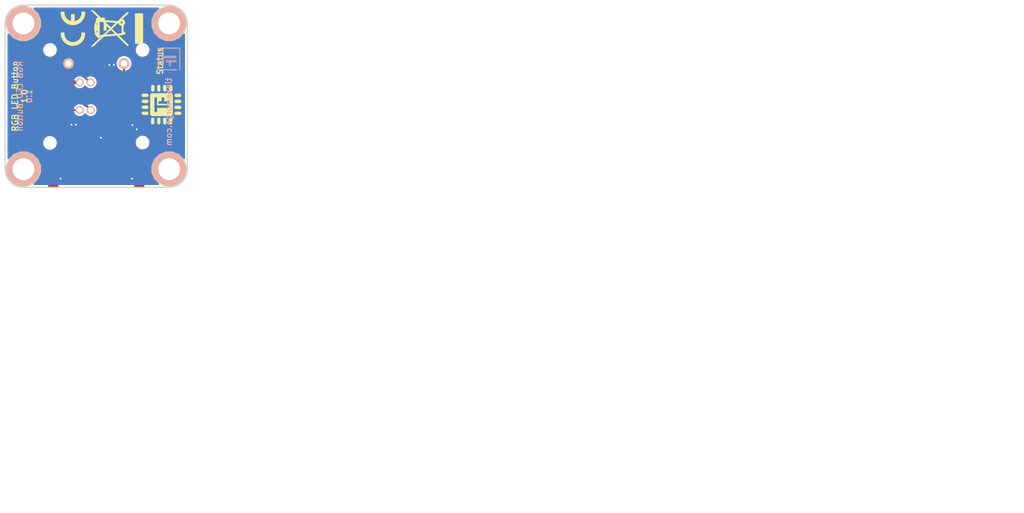
<source format=kicad_pcb>
(kicad_pcb (version 4) (host pcbnew 4.0.2+dfsg1-stable)
  (title_block (title "RGB Button Bricklet") (date 2017-05-08) (rev 1.0) (company "Tinkerforge GmbH") (comment 1 "Licensed under CERN OHL v.1.1") (comment 2 "Copyright (©) 2017, B.Nordmeyer <bastian@tinkerforge.com>"))
  (layers (0 F.Cu signal) (31 B.Cu signal hide) (34 B.Paste user) (35 F.Paste user) (36 B.SilkS user) (37 F.SilkS user) (38 B.Mask user) (39 F.Mask user) (44 Edge.Cuts user))
  (net 0 "")
  (net 1 GND)
  (net 2 VCC)
  (net 3 S-MISO)
  (net 4 S-MOSI)
  (net 5 S-CLK)
  (net 6 S-CS)
  (net 7 P1.2_HO)
  (net 8 P1.1_HO)
  (net 9 P1.0_HO)
  (net 10 PinSwitch)
  (net 11 "Net-(R2-Pad2)")
  (net 12 "Net-(R3-Pad2)")
  (net 13 "Net-(P2-Pad2)")
  (net 14 "Net-(P1-Pad4)")
  (net 15 "Net-(P1-Pad5)")
  (net 16 "Net-(P1-Pad6)")
  (net 17 "Net-(C1-Pad1)")
  (net 18 "Net-(D1-Pad2)")
  (net 19 "Net-(R1-Pad1)")
  (net 20 "Net-(R4-Pad2)")
  (net 21 "Net-(P1-Pad1)")
  (net 22 "Net-(U1-Pad2)")
  (net 23 "Net-(U1-Pad3)")
  (net 24 "Net-(U1-Pad4)")
  (net 25 "Net-(U1-Pad5)")
  (net 26 "Net-(U1-Pad6)")
  (net 27 "Net-(U1-Pad11)")
  (net 28 "Net-(U1-Pad15)")
  (net 29 "Net-(U1-Pad16)")
  (net 30 "Net-(U1-Pad17)")
  (net 31 "Net-(U1-Pad18)")
  (net 32 "Net-(U1-Pad19)")
  (net 33 "Net-(U1-Pad20)")
  (module kicad-libraries:Logo_CoMCU (layer F.Cu) (at 160.65 103.55 90)
    (fp_text reference G*** hide)
    (fp_text value LOGO hide)
  )
  (module kicad-libraries:R0603F (layer F.Cu) (at 157.7 99.2 270)
    (fp_text reference R1)
    (fp_text value 1k)
    (pad 1 smd rect (at -0.75 0 270) (size 0.9 0.9) (layers F.Cu F.Paste F.Mask) (net 19 "Net-(R1-Pad1)"))
    (pad 2 smd rect (at 0.75 0 270) (size 0.9 0.9) (layers F.Cu F.Paste F.Mask) (net 18 "Net-(D1-Pad2)"))
  )
  (module kicad-libraries:CON-SENSOR2 (layer F.Cu) (at 151.7 114.9)
    (fp_text reference P1)
    (fp_text value CON-SENSOR)
    (pad 1 smd rect (at -3.75 -4.6) (size 0.6 1.8) (layers F.Cu F.Paste F.Mask) (net 21 "Net-(P1-Pad1)"))
    (pad 2 smd rect (at -2.5 -4.6) (size 0.6 1.8) (layers F.Cu F.Paste F.Mask) (net 1 GND))
    (pad EP smd rect (at -5.9 -1.2) (size 1.4 2.4) (layers F.Cu F.Paste F.Mask) (net 1 GND))
    (pad EP smd rect (at 5.9 -1.2) (size 1.4 2.4) (layers F.Cu F.Paste F.Mask) (net 1 GND))
    (pad 3 smd rect (at -1.25 -4.6) (size 0.6 1.8) (layers F.Cu F.Paste F.Mask) (net 2 VCC))
    (pad 4 smd rect (at 0 -4.6) (size 0.6 1.8) (layers F.Cu F.Paste F.Mask) (net 14 "Net-(P1-Pad4)"))
    (pad 5 smd rect (at 1.25 -4.6) (size 0.6 1.8) (layers F.Cu F.Paste F.Mask) (net 15 "Net-(P1-Pad5)"))
    (pad 6 smd rect (at 2.5 -4.6) (size 0.6 1.8) (layers F.Cu F.Paste F.Mask) (net 16 "Net-(P1-Pad6)"))
    (pad 7 smd rect (at 3.75 -4.6) (size 0.6 1.8) (layers F.Cu F.Paste F.Mask) (net 17 "Net-(C1-Pad1)"))
  )
  (module kicad-libraries:SolderJumper (layer F.Cu) (at 152.35 107.1 90)
    (fp_text reference P2)
    (fp_text value Boot)
    (pad 2 smd rect (at 0.55 0 90) (size 0.3 1.4) (layers F.Cu F.Mask) (net 13 "Net-(P2-Pad2)"))
    (pad 2 smd rect (at 0.15 0 90) (size 0.6 0.5) (layers F.Cu F.Mask) (net 13 "Net-(P2-Pad2)"))
    (pad 1 smd rect (at -0.5 0 90) (size 0.4 1.4) (layers F.Cu F.Mask) (net 1 GND))
    (pad 1 smd rect (at -0.225 0.55 90) (size 0.95 0.3) (layers F.Cu F.Mask) (net 1 GND))
    (pad 1 smd rect (at -0.225 -0.55 90) (size 0.95 0.3) (layers F.Cu F.Mask) (net 1 GND))
  )
  (module kicad-libraries:QFN24-4x4mm-0.5mm (layer F.Cu) (at 154.4 102.6 180)
    (fp_text reference U1)
    (fp_text value XMC1100-16)
    (pad 1 smd oval (at -2.025 -1.25 180) (size 1 0.3) (layers F.Cu F.Paste F.Mask) (net 3 S-MISO))
    (pad 2 smd oval (at -2.025 -0.75 180) (size 1 0.3) (layers F.Cu F.Paste F.Mask) (net 22 "Net-(U1-Pad2)"))
    (pad 3 smd oval (at -2.025 -0.25 180) (size 1 0.3) (layers F.Cu F.Paste F.Mask) (net 23 "Net-(U1-Pad3)"))
    (pad 4 smd oval (at -2.025 0.25 180) (size 1 0.3) (layers F.Cu F.Paste F.Mask) (net 24 "Net-(U1-Pad4)"))
    (pad 5 smd oval (at -2.025 0.75 180) (size 1 0.3) (layers F.Cu F.Paste F.Mask) (net 25 "Net-(U1-Pad5)"))
    (pad 6 smd oval (at -2.025 1.25 180) (size 1 0.3) (layers F.Cu F.Paste F.Mask) (net 26 "Net-(U1-Pad6)"))
    (pad 7 smd oval (at -1.25 2.025 270) (size 1 0.3) (layers F.Cu F.Paste F.Mask) (net 19 "Net-(R1-Pad1)"))
    (pad 8 smd oval (at -0.75 2.025 270) (size 1 0.3) (layers F.Cu F.Paste F.Mask) (net 10 PinSwitch))
    (pad 9 smd oval (at -0.25 2.025 270) (size 1 0.3) (layers F.Cu F.Paste F.Mask) (net 1 GND))
    (pad 10 smd oval (at 0.25 2.025 270) (size 1 0.3) (layers F.Cu F.Paste F.Mask) (net 2 VCC))
    (pad 11 smd oval (at 0.75 2.025 270) (size 1 0.3) (layers F.Cu F.Paste F.Mask) (net 27 "Net-(U1-Pad11)"))
    (pad 12 smd oval (at 1.25 2.025 270) (size 1 0.3) (layers F.Cu F.Paste F.Mask) (net 7 P1.2_HO))
    (pad 13 smd oval (at 2.025 1.25 180) (size 1 0.3) (layers F.Cu F.Paste F.Mask) (net 8 P1.1_HO))
    (pad 14 smd oval (at 2.025 0.75 180) (size 1 0.3) (layers F.Cu F.Paste F.Mask) (net 9 P1.0_HO))
    (pad 15 smd oval (at 2.025 0.25 180) (size 1 0.3) (layers F.Cu F.Paste F.Mask) (net 28 "Net-(U1-Pad15)"))
    (pad 16 smd oval (at 2.025 -0.25 180) (size 1 0.3) (layers F.Cu F.Paste F.Mask) (net 29 "Net-(U1-Pad16)"))
    (pad 17 smd oval (at 2.025 -0.75 180) (size 1 0.3) (layers F.Cu F.Paste F.Mask) (net 30 "Net-(U1-Pad17)"))
    (pad 18 smd oval (at 2.025 -1.25 180) (size 1 0.3) (layers F.Cu F.Paste F.Mask) (net 31 "Net-(U1-Pad18)"))
    (pad 19 smd oval (at 1.25 -2.025 270) (size 1 0.3) (layers F.Cu F.Paste F.Mask) (net 32 "Net-(U1-Pad19)"))
    (pad 20 smd oval (at 0.75 -2.025 270) (size 1 0.3) (layers F.Cu F.Paste F.Mask) (net 33 "Net-(U1-Pad20)"))
    (pad 21 smd oval (at 0.25 -2.025 270) (size 1 0.3) (layers F.Cu F.Paste F.Mask) (net 13 "Net-(P2-Pad2)"))
    (pad 22 smd oval (at -0.25 -2.025 270) (size 1 0.3) (layers F.Cu F.Paste F.Mask) (net 6 S-CS))
    (pad 23 smd oval (at -0.75 -2.025 270) (size 1 0.3) (layers F.Cu F.Paste F.Mask) (net 5 S-CLK))
    (pad 24 smd oval (at -1.25 -2.025 270) (size 1 0.3) (layers F.Cu F.Paste F.Mask) (net 4 S-MOSI))
    (pad EXP smd rect (at 0.65 0.65 180) (size 1.3 1.3) (layers F.Cu F.Paste F.Mask) (net 1 GND))
    (pad EXP smd rect (at 0.65 -0.65 180) (size 1.3 1.3) (layers F.Cu F.Paste F.Mask) (net 1 GND))
    (pad EXP smd rect (at -0.65 0.65 180) (size 1.3 1.3) (layers F.Cu F.Paste F.Mask) (net 1 GND))
    (pad EXP smd rect (at -0.65 -0.65 180) (size 1.3 1.3) (layers F.Cu F.Paste F.Mask) (net 1 GND))
  )
  (module kicad-libraries:DRILL_NP (layer F.Cu) (at 141.7 92.4)
    (fp_text reference U2 hide)
    (fp_text value DRILL hide)
    (pad "" np_thru_hole circle (at 0 0) (size 2.99974 2.99974) (drill 2.99974) (layers *.Cu *.Mask F.SilkS) (clearance 0.89916))
  )
  (module kicad-libraries:DRILL_NP (layer F.Cu) (at 161.7 92.4)
    (fp_text reference U3 hide)
    (fp_text value DRILL hide)
    (pad "" np_thru_hole circle (at 0 0) (size 2.99974 2.99974) (drill 2.99974) (layers *.Cu *.Mask F.SilkS) (clearance 0.89916))
  )
  (module kicad-libraries:DRILL_NP (layer F.Cu) (at 141.7 112.4)
    (fp_text reference U4 hide)
    (fp_text value DRILL hide)
    (pad "" np_thru_hole circle (at 0 0) (size 2.99974 2.99974) (drill 2.99974) (layers *.Cu *.Mask F.SilkS) (clearance 0.89916))
  )
  (module kicad-libraries:DRILL_NP (layer F.Cu) (at 161.7 112.4)
    (fp_text reference U5 hide)
    (fp_text value DRILL hide)
    (pad "" np_thru_hole circle (at 0 0) (size 2.99974 2.99974) (drill 2.99974) (layers *.Cu *.Mask F.SilkS) (clearance 0.89916))
  )
  (module kicad-libraries:Fiducial_Mark (layer F.Cu) (at 145.7 91.9)
    (fp_text reference Fiducial_Mark hide)
    (fp_text value VAL** hide)
    (pad 1 smd circle (at 0 0) (size 1.00076 1.00076) (layers F.Cu F.Paste F.Mask) (clearance 0.65024))
  )
  (module kicad-libraries:Fiducial_Mark (layer F.Cu) (at 142.7 107.9)
    (fp_text reference Fiducial_Mark hide)
    (fp_text value VAL** hide)
    (pad 1 smd circle (at 0 0) (size 1.00076 1.00076) (layers F.Cu F.Paste F.Mask) (clearance 0.65024))
  )
  (module kicad-libraries:Fiducial_Mark (layer F.Cu) (at 160.7 107.9)
    (fp_text reference Fiducial_Mark hide)
    (fp_text value VAL** hide)
    (pad 1 smd circle (at 0 0) (size 1.00076 1.00076) (layers F.Cu F.Paste F.Mask) (clearance 0.65024))
  )
  (module kicad-libraries:Logo_31x31 (layer B.Cu) (at 160.1 95.7 270)
    (fp_text reference G*** hide)
    (fp_text value Logo_31x31 hide)
  )
  (module kicad-libraries:WEEE_7mm (layer F.Cu) (at 154.55 93.1 90)
    (fp_text reference G*** hide)
    (fp_text value LOGO hide)
  )
  (module kicad-libraries:CE_5mm (layer F.Cu) (at 148.5 93.1 90)
    (fp_text reference VAL hide)
    (fp_text value CE_5mm hide)
  )
  (module kicad-libraries:D0603F (layer F.Cu) (at 159.1 99.2 270)
    (fp_text reference D1)
    (fp_text value blue)
    (pad 1 smd rect (at -0.75 0 270) (size 0.9 0.9) (layers F.Cu F.Paste F.Mask) (net 2 VCC))
    (pad 2 smd rect (at 0.75 0 270) (size 0.9 0.9) (layers F.Cu F.Paste F.Mask) (net 18 "Net-(D1-Pad2)"))
  )
  (module kicad-libraries:C0603F (layer F.Cu) (at 149.4 107)
    (fp_text reference C2)
    (fp_text value 1uF)
    (pad 1 smd rect (at -0.75 0) (size 0.9 0.9) (layers F.Cu F.Paste F.Mask) (net 1 GND))
    (pad 2 smd rect (at 0.75 0) (size 0.9 0.9) (layers F.Cu F.Paste F.Mask) (net 2 VCC))
  )
  (module kicad-libraries:C0603F (layer F.Cu) (at 153.2 98.9 180)
    (fp_text reference C3)
    (fp_text value 10uF)
    (pad 1 smd rect (at -0.75 0 180) (size 0.9 0.9) (layers F.Cu F.Paste F.Mask) (net 1 GND))
    (pad 2 smd rect (at 0.75 0 180) (size 0.9 0.9) (layers F.Cu F.Paste F.Mask) (net 2 VCC))
  )
  (module kicad-libraries:C0603F (layer F.Cu) (at 149.4 108.4)
    (fp_text reference C4)
    (fp_text value 100nF)
    (pad 1 smd rect (at -0.75 0) (size 0.9 0.9) (layers F.Cu F.Paste F.Mask) (net 1 GND))
    (pad 2 smd rect (at 0.75 0) (size 0.9 0.9) (layers F.Cu F.Paste F.Mask) (net 2 VCC))
  )
  (module kicad-libraries:RGB_SWITCH_AD (layer B.Cu) (at 151.7 102.4)
    (fp_text reference SW1)
    (fp_text value RGB_SWITCH_AD)
    (pad "" np_thru_hole circle (at -6.35 6.4) (size 1.35 1.35) (drill 1.35) (layers *.Cu *.Mask B.SilkS))
    (pad "" np_thru_hole circle (at 6.35 6.35) (size 1.35 1.35) (drill 1.35) (layers *.Cu *.Mask B.SilkS))
    (pad "" np_thru_hole circle (at 6.35 -6.35) (size 1.35 1.35) (drill 1.35) (layers *.Cu *.Mask B.SilkS))
    (pad "" np_thru_hole circle (at -6.35 -6.35) (size 1.35 1.35) (drill 1.35) (layers *.Cu *.Mask B.SilkS))
    (pad 1 thru_hole circle (at 3.81 -4.5) (size 1.5 1.5) (drill 0.9) (layers *.Cu *.Mask B.SilkS) (net 10 PinSwitch))
    (pad 2 thru_hole circle (at -3.81 -4.5) (size 1.5 1.5) (drill 0.9) (layers *.Cu *.Mask B.SilkS) (net 1 GND))
    (pad G2 thru_hole circle (at -2.28 1.9) (size 1.1 1.1) (drill 0.7) (layers *.Cu *.Mask B.SilkS) (net 20 "Net-(R4-Pad2)"))
    (pad R2 thru_hole circle (at -0.76 1.9) (size 1.1 1.1) (drill 0.7) (layers *.Cu *.Mask B.SilkS) (net 12 "Net-(R3-Pad2)"))
    (pad C2 thru_hole circle (at -2.28 -1.91) (size 1.1 1.1) (drill 0.7) (layers *.Cu *.Mask B.SilkS) (net 2 VCC))
    (pad B2 thru_hole circle (at -0.76 -1.91) (size 1.1 1.1) (drill 0.7) (layers *.Cu *.Mask B.SilkS) (net 11 "Net-(R2-Pad2)"))
  )
  (module kicad-libraries:C0402F (layer F.Cu) (at 156.55 107.6 90)
    (fp_text reference C1)
    (fp_text value 220pF)
    (pad 2 smd rect (at 0.5 0 90) (size 0.6 0.7) (layers F.Cu F.Paste F.Mask) (net 1 GND))
    (pad 1 smd rect (at -0.5 0 90) (size 0.6 0.7) (layers F.Cu F.Paste F.Mask) (net 17 "Net-(C1-Pad1)"))
  )
  (module kicad-libraries:R0603F (layer F.Cu) (at 150.2 98.9 180)
    (fp_text reference R2)
    (fp_text value 15)
    (pad 1 smd rect (at -0.75 0 180) (size 0.9 0.9) (layers F.Cu F.Paste F.Mask) (net 7 P1.2_HO))
    (pad 2 smd rect (at 0.75 0 180) (size 0.9 0.9) (layers F.Cu F.Paste F.Mask) (net 11 "Net-(R2-Pad2)"))
  )
  (module kicad-libraries:R0603F (layer F.Cu) (at 147.9 102.6 270)
    (fp_text reference R3)
    (fp_text value 68)
    (pad 1 smd rect (at -0.75 0 270) (size 0.9 0.9) (layers F.Cu F.Paste F.Mask) (net 8 P1.1_HO))
    (pad 2 smd rect (at 0.75 0 270) (size 0.9 0.9) (layers F.Cu F.Paste F.Mask) (net 12 "Net-(R3-Pad2)"))
  )
  (module kicad-libraries:R0603F (layer F.Cu) (at 146.5 102.6 270)
    (fp_text reference R4)
    (fp_text value 15)
    (pad 1 smd rect (at -0.75 0 270) (size 0.9 0.9) (layers F.Cu F.Paste F.Mask) (net 9 P1.0_HO))
    (pad 2 smd rect (at 0.75 0 270) (size 0.9 0.9) (layers F.Cu F.Paste F.Mask) (net 20 "Net-(R4-Pad2)"))
  )
  (module kicad-libraries:4X0402 (layer F.Cu) (at 154.75 107.6)
    (fp_text reference RP1)
    (fp_text value 82)
    (pad 1 smd rect (at -0.7493 0.575 180) (size 0.29972 0.65) (layers F.Cu F.Paste F.Mask) (net 14 "Net-(P1-Pad4)"))
    (pad 2 smd rect (at -0.24892 0.575 180) (size 0.29972 0.65) (layers F.Cu F.Paste F.Mask) (net 15 "Net-(P1-Pad5)"))
    (pad 3 smd rect (at 0.24892 0.575 180) (size 0.29972 0.65) (layers F.Cu F.Paste F.Mask) (net 16 "Net-(P1-Pad6)"))
    (pad 4 smd rect (at 0.7493 0.575 180) (size 0.29972 0.65) (layers F.Cu F.Paste F.Mask) (net 17 "Net-(C1-Pad1)"))
    (pad 5 smd rect (at 0.7493 -0.575) (size 0.29972 0.65) (layers F.Cu F.Paste F.Mask) (net 3 S-MISO))
    (pad 6 smd rect (at 0.24892 -0.575) (size 0.29972 0.65) (layers F.Cu F.Paste F.Mask) (net 4 S-MOSI))
    (pad 7 smd rect (at -0.24892 -0.575) (size 0.29972 0.65) (layers F.Cu F.Paste F.Mask) (net 5 S-CLK))
    (pad 8 smd rect (at -0.7493 -0.575) (size 0.29972 0.65) (layers F.Cu F.Paste F.Mask) (net 6 S-CS))
  )
  (gr_text Status (at 160.45 97.55 90) (layer F.SilkS) (effects (font (size 0.8 0.8))))
  (gr_text "RGB LED Button\n1.0" (at 141.85 102.4 90) (layer B.SilkS) (effects (font (size 0.8 0.8)) (justify mirror)))
  (gr_line (start 139.2 112.4) (end 139.2 92.4) (angle 90) (layer Edge.Cuts) (width 0.15))
  (gr_line (start 164.2 92.4) (end 164.2 112.4) (angle 90) (layer Edge.Cuts) (width 0.15))
  (gr_text "RGB LED Button\n1.0" (at 141.2 102.4 90) (layer F.SilkS) (effects (font (size 0.8 0.8))))
  (gr_text tinkerforge.com (at 161.65 104.55 90) (layer B.SilkS) (effects (font (size 0.8 0.8)) (justify mirror)))
  (gr_line (start 141.7 114.9) (end 161.7 114.9) (angle 90) (layer Edge.Cuts) (width 0.15))
  (gr_line (start 161.7 89.9) (end 141.7 89.9) (angle 90) (layer Edge.Cuts) (width 0.15))
  (gr_arc (start 141.7 92.4) (end 139.2 92.4) (angle 90) (layer Edge.Cuts) (width 0.15))
  (gr_arc (start 161.7 92.4) (end 161.7 89.9) (angle 90) (layer Edge.Cuts) (width 0.15))
  (gr_arc (start 161.7 112.4) (end 164.2 112.4) (angle 90) (layer Edge.Cuts) (width 0.15))
  (gr_arc (start 141.7 112.4) (end 141.7 114.9) (angle 90) (layer Edge.Cuts) (width 0.15))
  (segment (start 157.6 113.7) (end 156.6 113.7) (width 0.5) (layer F.Cu) (net 1))
  (via (at 156.6 113.7) (size 0.55) (drill 0.25) (layers F.Cu B.Cu) (net 1))
  (segment (start 145.8 113.7) (end 146.8 113.7) (width 0.5) (layer F.Cu) (net 1))
  (via (at 146.8 113.7) (size 0.55) (drill 0.25) (layers F.Cu B.Cu) (net 1))
  (segment (start 156.55 106.95) (end 157.25 106.95) (width 0.5) (layer F.Cu) (net 1))
  (via (at 157.25 106.95) (size 0.55) (drill 0.25) (layers F.Cu B.Cu) (net 1))
  (segment (start 156.55 106.95) (end 156.55 106.45) (width 0.5) (layer F.Cu) (net 1))
  (via (at 156.65 106.35) (size 0.55) (drill 0.25) (layers F.Cu B.Cu) (net 1))
  (segment (start 156.55 106.45) (end 156.65 106.35) (width 0.5) (layer F.Cu) (net 1))
  (segment (start 151.8 107.325) (end 151.8 107.6) (width 0.3) (layer F.Cu) (net 1))
  (segment (start 151.8 107.6) (end 152.35 107.6) (width 0.3) (layer F.Cu) (net 1))
  (segment (start 152.9 107.325) (end 152.9 107.6) (width 0.3) (layer F.Cu) (net 1))
  (segment (start 152.9 107.6) (end 152.35 107.6) (width 0.3) (layer F.Cu) (net 1))
  (segment (start 152.35 107.6) (end 152.35 108.1) (width 0.3) (layer F.Cu) (net 1))
  (via (at 152.35 108.1) (size 0.55) (drill 0.25) (layers F.Cu B.Cu) (net 1))
  (segment (start 153.5 98.1) (end 154.1 98.1) (width 0.5) (layer F.Cu) (net 1))
  (segment (start 153.95 98.25) (end 154.1 98.1) (width 0.5) (layer F.Cu) (net 1))
  (via (at 154.1 98.1) (size 0.55) (drill 0.25) (layers F.Cu B.Cu) (net 1))
  (segment (start 153.95 98.9) (end 153.95 98.25) (width 0.5) (layer F.Cu) (net 1))
  (segment (start 153.6 98.1) (end 153.5 98.1) (width 0.4) (layer F.Cu) (net 1))
  (via (at 153.5 98.1) (size 0.55) (drill 0.25) (layers F.Cu B.Cu) (net 1))
  (segment (start 153.6 98.1) (end 153.95 98.45) (width 0.5) (layer F.Cu) (net 1))
  (segment (start 148.65 107) (end 148.65 106.65) (width 0.5) (layer F.Cu) (net 1))
  (segment (start 148.65 106.65) (end 148.3 106.3) (width 0.5) (layer F.Cu) (net 1))
  (via (at 148.3 106.3) (size 0.55) (drill 0.25) (layers F.Cu B.Cu) (net 1))
  (segment (start 148.65 107) (end 148.65 106.55) (width 0.5) (layer F.Cu) (net 1))
  (segment (start 148.65 106.55) (end 148.9 106.3) (width 0.5) (layer F.Cu) (net 1))
  (via (at 148.9 106.3) (size 0.55) (drill 0.25) (layers F.Cu B.Cu) (net 1))
  (segment (start 148.65 108.4) (end 148.65 107) (width 0.5) (layer F.Cu) (net 1))
  (segment (start 149.2 110.3) (end 149.2 109.5) (width 0.5) (layer F.Cu) (net 1))
  (segment (start 149.2 109.5) (end 148.65 108.95) (width 0.5) (layer F.Cu) (net 1))
  (segment (start 148.65 108.95) (end 148.65 108.4) (width 0.5) (layer F.Cu) (net 1))
  (segment (start 153.75 101.95) (end 153.75 103.25) (width 0.25) (layer F.Cu) (net 1))
  (segment (start 155.05 101.95) (end 153.75 101.95) (width 0.25) (layer F.Cu) (net 1))
  (segment (start 155.05 103.25) (end 155.05 101.95) (width 0.25) (layer F.Cu) (net 1))
  (segment (start 154.65 100.575) (end 154.65 101.55) (width 0.25) (layer F.Cu) (net 1))
  (segment (start 154.65 101.55) (end 155.05 101.95) (width 0.25) (layer F.Cu) (net 1))
  (segment (start 154.65 100.575) (end 154.65 99.95) (width 0.25) (layer F.Cu) (net 1))
  (segment (start 154.65 99.95) (end 153.95 99.25) (width 0.25) (layer F.Cu) (net 1))
  (segment (start 149.42 100.49) (end 146.34 100.49) (width 0.5) (layer F.Cu) (net 2))
  (segment (start 146.35 100.5) (end 145.2 99.35) (width 0.5) (layer F.Cu) (net 2))
  (segment (start 146.34 100.49) (end 146.35 100.5) (width 0.5) (layer F.Cu) (net 2))
  (segment (start 152.5 97.9) (end 152.5 98.85) (width 0.5) (layer F.Cu) (net 2))
  (segment (start 152.5 98.85) (end 152.45 98.9) (width 0.5) (layer F.Cu) (net 2))
  (segment (start 150.15 107) (end 150.15 106.35) (width 0.5) (layer F.Cu) (net 2))
  (segment (start 152.5 97.9) (end 152.45 97.9) (width 0.5) (layer F.Cu) (net 2))
  (segment (start 151.1 96.5) (end 152.5 97.9) (width 0.5) (layer F.Cu) (net 2))
  (segment (start 147 96.5) (end 151.1 96.5) (width 0.5) (layer F.Cu) (net 2))
  (segment (start 145.2 98.3) (end 147 96.5) (width 0.5) (layer F.Cu) (net 2))
  (segment (start 150.15 106.35) (end 149.3 105.5) (width 0.5) (layer F.Cu) (net 2))
  (segment (start 159.1 98.45) (end 159.1 97.8) (width 0.25) (layer F.Cu) (net 2))
  (segment (start 159.1 97.8) (end 158.7 97.4) (width 0.25) (layer F.Cu) (net 2))
  (segment (start 158.7 97.4) (end 157.2 97.4) (width 0.25) (layer F.Cu) (net 2))
  (segment (start 157.2 97.4) (end 156.5 96.7) (width 0.25) (layer F.Cu) (net 2))
  (segment (start 156.5 96.7) (end 153.7 96.7) (width 0.25) (layer F.Cu) (net 2))
  (segment (start 153.7 96.7) (end 152.45 97.95) (width 0.25) (layer F.Cu) (net 2))
  (segment (start 152.45 97.95) (end 152.45 97.9) (width 0.25) (layer F.Cu) (net 2))
  (segment (start 152.45 97.9) (end 152.45 98.9) (width 0.25) (layer F.Cu) (net 2))
  (segment (start 150.15 108.4) (end 150.15 107) (width 0.5) (layer F.Cu) (net 2))
  (segment (start 150.45 110.3) (end 150.45 109.35) (width 0.5) (layer F.Cu) (net 2))
  (segment (start 150.15 109.05) (end 150.15 108.4) (width 0.5) (layer F.Cu) (net 2))
  (segment (start 150.45 109.35) (end 150.15 109.05) (width 0.5) (layer F.Cu) (net 2))
  (segment (start 154.15 100.575) (end 154.15 100.05) (width 0.25) (layer F.Cu) (net 2))
  (segment (start 152.9 99.7) (end 152.45 99.25) (width 0.25) (layer F.Cu) (net 2))
  (segment (start 153.8 99.7) (end 152.9 99.7) (width 0.25) (layer F.Cu) (net 2))
  (segment (start 154.15 100.05) (end 153.8 99.7) (width 0.25) (layer F.Cu) (net 2))
  (segment (start 152.45 99.25) (end 152.45 98.9) (width 0.25) (layer F.Cu) (net 2))
  (segment (start 145.2 99.35) (end 145.2 98.3) (width 0.5) (layer F.Cu) (net 2))
  (segment (start 149.3 105.5) (end 146.3 105.5) (width 0.5) (layer F.Cu) (net 2))
  (segment (start 145.2 104.4) (end 145.2 99.35) (width 0.5) (layer F.Cu) (net 2))
  (segment (start 146.3 105.5) (end 145.2 104.4) (width 0.5) (layer F.Cu) (net 2))
  (segment (start 155.4993 107.025) (end 155.4993 106.7007) (width 0.25) (layer F.Cu) (net 3))
  (segment (start 155.4993 106.7007) (end 156.3 105.9) (width 0.25) (layer F.Cu) (net 3))
  (segment (start 156.3 105.9) (end 156.3 103.975) (width 0.25) (layer F.Cu) (net 3))
  (segment (start 156.3 103.975) (end 156.425 103.85) (width 0.25) (layer F.Cu) (net 3))
  (segment (start 155.65 104.625) (end 155.65 105.85) (width 0.25) (layer F.Cu) (net 4))
  (segment (start 154.99892 106.50108) (end 154.99892 107.025) (width 0.25) (layer F.Cu) (net 4))
  (segment (start 155.65 105.85) (end 154.99892 106.50108) (width 0.25) (layer F.Cu) (net 4))
  (segment (start 154.50108 107.025) (end 154.50108 106.39892) (width 0.25) (layer F.Cu) (net 5))
  (segment (start 155.15 105.75) (end 155.15 104.625) (width 0.25) (layer F.Cu) (net 5))
  (segment (start 154.50108 106.39892) (end 155.15 105.75) (width 0.25) (layer F.Cu) (net 5))
  (segment (start 154.65 104.625) (end 154.65 105.55) (width 0.25) (layer F.Cu) (net 6))
  (segment (start 154.0007 106.1993) (end 154.0007 107.025) (width 0.25) (layer F.Cu) (net 6))
  (segment (start 154.65 105.55) (end 154.0007 106.1993) (width 0.25) (layer F.Cu) (net 6))
  (segment (start 153.15 100.575) (end 152.375 100.575) (width 0.25) (layer F.Cu) (net 7))
  (segment (start 152.375 100.575) (end 150.95 99.15) (width 0.25) (layer F.Cu) (net 7))
  (segment (start 150.95 99.15) (end 150.95 98.9) (width 0.25) (layer F.Cu) (net 7))
  (segment (start 152.375 101.35) (end 151.45 101.35) (width 0.25) (layer F.Cu) (net 8))
  (segment (start 150.7 102.1) (end 148.15 102.1) (width 0.25) (layer F.Cu) (net 8))
  (segment (start 151.45 101.35) (end 150.7 102.1) (width 0.25) (layer F.Cu) (net 8))
  (segment (start 148.15 102.1) (end 147.9 101.85) (width 0.25) (layer F.Cu) (net 8))
  (segment (start 152.375 101.85) (end 151.85 101.85) (width 0.25) (layer F.Cu) (net 9))
  (segment (start 146.9 102.6) (end 146.5 102.2) (width 0.25) (layer F.Cu) (net 9))
  (segment (start 151.1 102.6) (end 146.9 102.6) (width 0.25) (layer F.Cu) (net 9))
  (segment (start 151.85 101.85) (end 151.1 102.6) (width 0.25) (layer F.Cu) (net 9))
  (segment (start 146.5 102.2) (end 146.5 101.85) (width 0.25) (layer F.Cu) (net 9))
  (segment (start 146.5 101.85) (end 146.5 102.1) (width 0.25) (layer F.Cu) (net 9))
  (segment (start 155.15 100.575) (end 155.15 99.65) (width 0.25) (layer F.Cu) (net 10))
  (segment (start 155.51 99.29) (end 155.51 97.9) (width 0.25) (layer F.Cu) (net 10))
  (segment (start 155.15 99.65) (end 155.51 99.29) (width 0.25) (layer F.Cu) (net 10))
  (segment (start 150.94 100.49) (end 150.79 100.49) (width 0.25) (layer F.Cu) (net 11))
  (segment (start 150.79 100.49) (end 149.45 99.15) (width 0.25) (layer F.Cu) (net 11))
  (segment (start 149.45 99.15) (end 149.45 98.9) (width 0.25) (layer F.Cu) (net 11))
  (segment (start 149.42 98.93) (end 149.45 98.9) (width 0.25) (layer F.Cu) (net 11))
  (segment (start 150.94 100.49) (end 150.94 100.56) (width 0.5) (layer F.Cu) (net 11))
  (segment (start 149.99 103.35) (end 150.94 104.3) (width 0.25) (layer F.Cu) (net 12))
  (segment (start 147.9 103.35) (end 149.99 103.35) (width 0.25) (layer F.Cu) (net 12))
  (segment (start 152.35 106.95) (end 152.35 106.55) (width 0.2) (layer F.Cu) (net 13))
  (segment (start 154.15 104.625) (end 154.15 105.2) (width 0.25) (layer F.Cu) (net 13))
  (segment (start 152.35 106) (end 152.35 106.55) (width 0.25) (layer F.Cu) (net 13))
  (segment (start 152.55 105.8) (end 152.35 106) (width 0.25) (layer F.Cu) (net 13))
  (segment (start 153.55 105.8) (end 152.55 105.8) (width 0.25) (layer F.Cu) (net 13))
  (segment (start 154.15 105.2) (end 153.55 105.8) (width 0.25) (layer F.Cu) (net 13))
  (segment (start 154.0007 108.175) (end 154.0007 108.4493) (width 0.25) (layer F.Cu) (net 14))
  (segment (start 154.0007 108.4493) (end 153.8 108.65) (width 0.25) (layer F.Cu) (net 14))
  (segment (start 153.8 108.65) (end 152.45 108.65) (width 0.25) (layer F.Cu) (net 14))
  (segment (start 152.45 108.65) (end 151.7 109.4) (width 0.25) (layer F.Cu) (net 14))
  (segment (start 151.7 109.4) (end 151.7 110.3) (width 0.25) (layer F.Cu) (net 14))
  (segment (start 151.7 109.6) (end 151.7 110.3) (width 0.2) (layer F.Cu) (net 14))
  (segment (start 154.50108 108.175) (end 154.50108 108.64892) (width 0.25) (layer F.Cu) (net 15))
  (segment (start 152.95 109.55) (end 152.95 110.3) (width 0.25) (layer F.Cu) (net 15))
  (segment (start 153.4 109.1) (end 152.95 109.55) (width 0.25) (layer F.Cu) (net 15))
  (segment (start 154.05 109.1) (end 153.4 109.1) (width 0.25) (layer F.Cu) (net 15))
  (segment (start 154.50108 108.64892) (end 154.05 109.1) (width 0.25) (layer F.Cu) (net 15))
  (segment (start 154.99892 108.175) (end 154.99892 108.85108) (width 0.25) (layer F.Cu) (net 16))
  (segment (start 154.99892 108.85108) (end 154.2 109.65) (width 0.25) (layer F.Cu) (net 16))
  (segment (start 154.2 109.65) (end 154.2 110.3) (width 0.25) (layer F.Cu) (net 16))
  (segment (start 155.45 110.3) (end 155.45 109.55) (width 0.25) (layer F.Cu) (net 17))
  (segment (start 155.45 109.55) (end 156.55 108.45) (width 0.25) (layer F.Cu) (net 17))
  (segment (start 156.55 108.45) (end 156.55 108.25) (width 0.25) (layer F.Cu) (net 17))
  (segment (start 155.4993 108.175) (end 156.475 108.175) (width 0.25) (layer F.Cu) (net 17))
  (segment (start 156.475 108.175) (end 156.55 108.25) (width 0.25) (layer F.Cu) (net 17))
  (segment (start 157.7 99.95) (end 159.1 99.95) (width 0.25) (layer F.Cu) (net 18))
  (segment (start 155.65 100.575) (end 155.65 100.15) (width 0.25) (layer F.Cu) (net 19))
  (segment (start 156.95 98.45) (end 157.7 98.45) (width 0.25) (layer F.Cu) (net 19))
  (segment (start 156.5 98.9) (end 156.95 98.45) (width 0.25) (layer F.Cu) (net 19))
  (segment (start 156.5 99.3) (end 156.5 98.9) (width 0.25) (layer F.Cu) (net 19))
  (segment (start 155.65 100.15) (end 156.5 99.3) (width 0.25) (layer F.Cu) (net 19))
  (segment (start 146.5 103.35) (end 146.5 103.9) (width 0.25) (layer F.Cu) (net 20))
  (segment (start 146.9 104.3) (end 149.42 104.3) (width 0.25) (layer F.Cu) (net 20))
  (segment (start 146.5 103.9) (end 146.9 104.3) (width 0.25) (layer F.Cu) (net 20))
  (zone (net 1) (net_name GND) (layer B.Cu) (connect_pads yes (clearance 0.25)) (min_thickness 0.22) (fill yes (arc_segments 16) (thermal_gap 0.25) (thermal_bridge_width 0.25))
    (polygon (pts (xy 164.2 114.9) (xy 139.2 114.9) (xy 139.2 89.9) (xy 164.2 89.9)))
  )
)
</source>
